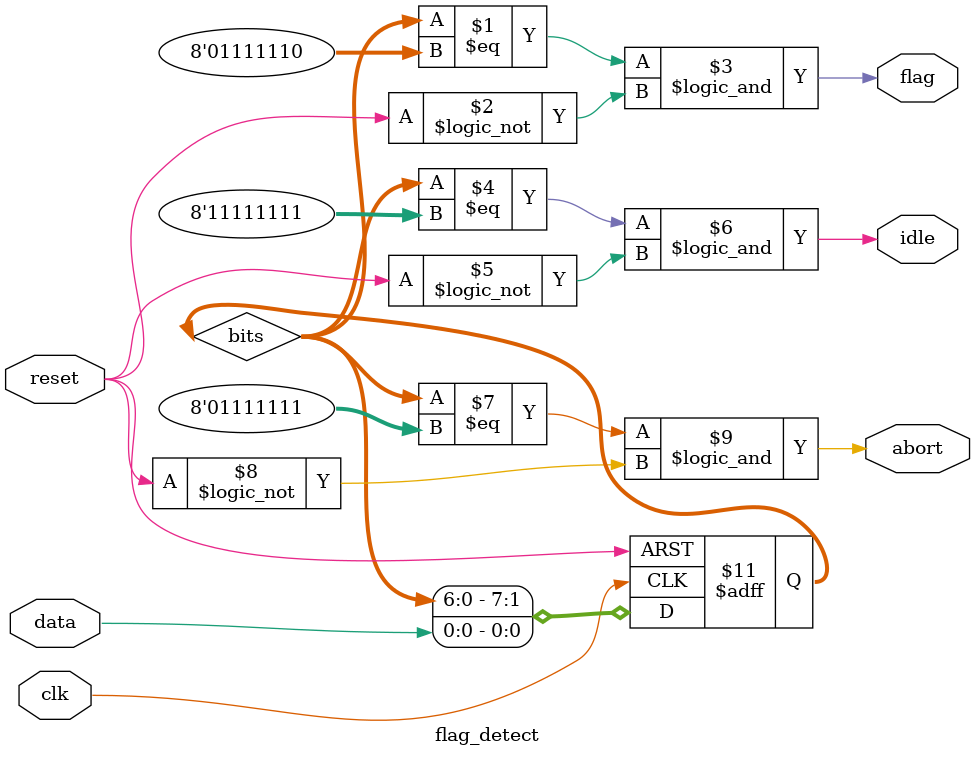
<source format=v>
module flag_detect (clk, data, idle, flag, abort, reset);
   input clk;
   input data;
   input reset;

   output flag;
   output abort;
   output idle;

   reg [7:0] bits;

   assign flag = (bits[7:0] == 8'b01111110) && !reset;
   assign idle = (bits[7:0] == 8'b11111111) && !reset;
   assign abort = (bits[7:0] == 8'b01111111) && !reset;

   always @(posedge clk or posedge reset)
     begin
	if (reset)
	  bits <= 8'b00000000;
	else
	  bits <= { bits[6:0], data };
     end

endmodule // flag_detect

</source>
